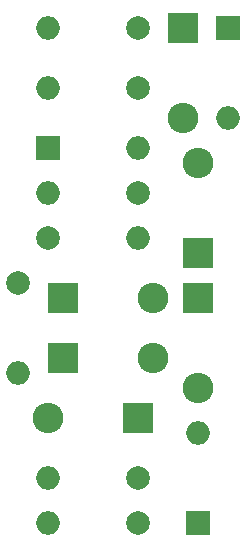
<source format=gts>
G04 #@! TF.GenerationSoftware,KiCad,Pcbnew,(2017-12-21 revision 23d71cfa9)-makepkg*
G04 #@! TF.CreationDate,2018-06-03T17:48:38-04:00*
G04 #@! TF.ProjectId,OdysseyDaughterCardGateMatrix,4F647973736579446175676874657243,0.1*
G04 #@! TF.SameCoordinates,Original*
G04 #@! TF.FileFunction,Soldermask,Top*
G04 #@! TF.FilePolarity,Negative*
%FSLAX46Y46*%
G04 Gerber Fmt 4.6, Leading zero omitted, Abs format (unit mm)*
G04 Created by KiCad (PCBNEW (2017-12-21 revision 23d71cfa9)-makepkg) date 06/03/18 17:48:38*
%MOMM*%
%LPD*%
G01*
G04 APERTURE LIST*
%ADD10R,2.600000X2.600000*%
%ADD11O,2.600000X2.600000*%
%ADD12R,2.000000X2.000000*%
%ADD13O,2.000000X2.000000*%
%ADD14C,2.000000*%
G04 APERTURE END LIST*
D10*
X147320000Y-113030000D03*
D11*
X139700000Y-113030000D03*
X151130000Y-87630000D03*
D10*
X151130000Y-80010000D03*
D12*
X152400000Y-121920000D03*
D13*
X152400000Y-114300000D03*
X154940000Y-87630000D03*
D12*
X154940000Y-80010000D03*
D10*
X140970000Y-107950000D03*
D11*
X148590000Y-107950000D03*
D10*
X152400000Y-99060000D03*
D11*
X152400000Y-91440000D03*
X152400000Y-110490000D03*
D10*
X152400000Y-102870000D03*
D12*
X139700000Y-90170000D03*
D13*
X147320000Y-90170000D03*
D11*
X148590000Y-102870000D03*
D10*
X140970000Y-102870000D03*
D13*
X139700000Y-121920000D03*
D14*
X147320000Y-121920000D03*
X147320000Y-85090000D03*
D13*
X139700000Y-85090000D03*
X139700000Y-118110000D03*
D14*
X147320000Y-118110000D03*
D13*
X139700000Y-80010000D03*
D14*
X147320000Y-80010000D03*
X139700000Y-97790000D03*
D13*
X147320000Y-97790000D03*
D14*
X147320000Y-93980000D03*
D13*
X139700000Y-93980000D03*
X137160000Y-109220000D03*
D14*
X137160000Y-101600000D03*
M02*

</source>
